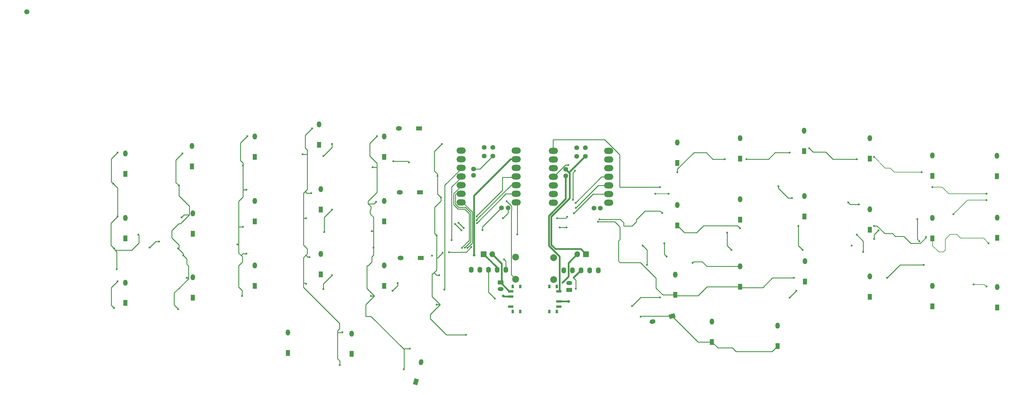
<source format=gtl>
G04 #@! TF.GenerationSoftware,KiCad,Pcbnew,(7.0.0-0)*
G04 #@! TF.CreationDate,2023-03-11T20:23:52-05:00*
G04 #@! TF.ProjectId,corne-ultralight,636f726e-652d-4756-9c74-72616c696768,2.0*
G04 #@! TF.SameCoordinates,Original*
G04 #@! TF.FileFunction,Copper,L1,Top*
G04 #@! TF.FilePolarity,Positive*
%FSLAX46Y46*%
G04 Gerber Fmt 4.6, Leading zero omitted, Abs format (unit mm)*
G04 Created by KiCad (PCBNEW (7.0.0-0)) date 2023-03-11 20:23:52*
%MOMM*%
%LPD*%
G01*
G04 APERTURE LIST*
G04 Aperture macros list*
%AMRoundRect*
0 Rectangle with rounded corners*
0 $1 Rounding radius*
0 $2 $3 $4 $5 $6 $7 $8 $9 X,Y pos of 4 corners*
0 Add a 4 corners polygon primitive as box body*
4,1,4,$2,$3,$4,$5,$6,$7,$8,$9,$2,$3,0*
0 Add four circle primitives for the rounded corners*
1,1,$1+$1,$2,$3*
1,1,$1+$1,$4,$5*
1,1,$1+$1,$6,$7*
1,1,$1+$1,$8,$9*
0 Add four rect primitives between the rounded corners*
20,1,$1+$1,$2,$3,$4,$5,0*
20,1,$1+$1,$4,$5,$6,$7,0*
20,1,$1+$1,$6,$7,$8,$9,0*
20,1,$1+$1,$8,$9,$2,$3,0*%
%AMHorizOval*
0 Thick line with rounded ends*
0 $1 width*
0 $2 $3 position (X,Y) of the first rounded end (center of the circle)*
0 $4 $5 position (X,Y) of the second rounded end (center of the circle)*
0 Add line between two ends*
20,1,$1,$2,$3,$4,$5,0*
0 Add two circle primitives to create the rounded ends*
1,1,$1,$2,$3*
1,1,$1,$4,$5*%
%AMRotRect*
0 Rectangle, with rotation*
0 The origin of the aperture is its center*
0 $1 length*
0 $2 width*
0 $3 Rotation angle, in degrees counterclockwise*
0 Add horizontal line*
21,1,$1,$2,0,0,$3*%
G04 Aperture macros list end*
G04 #@! TA.AperFunction,ComponentPad*
%ADD10C,2.000000*%
G04 #@! TD*
G04 #@! TA.AperFunction,ComponentPad*
%ADD11O,1.397000X1.778000*%
G04 #@! TD*
G04 #@! TA.AperFunction,SMDPad,CuDef*
%ADD12R,0.800000X1.000000*%
G04 #@! TD*
G04 #@! TA.AperFunction,SMDPad,CuDef*
%ADD13R,1.500000X0.700000*%
G04 #@! TD*
G04 #@! TA.AperFunction,ComponentPad*
%ADD14O,2.750000X1.800000*%
G04 #@! TD*
G04 #@! TA.AperFunction,ComponentPad*
%ADD15C,1.397000*%
G04 #@! TD*
G04 #@! TA.AperFunction,SMDPad,CuDef*
%ADD16C,1.500000*%
G04 #@! TD*
G04 #@! TA.AperFunction,ComponentPad*
%ADD17RoundRect,0.250000X0.625000X-0.350000X0.625000X0.350000X-0.625000X0.350000X-0.625000X-0.350000X0*%
G04 #@! TD*
G04 #@! TA.AperFunction,ComponentPad*
%ADD18O,1.750000X1.200000*%
G04 #@! TD*
G04 #@! TA.AperFunction,ComponentPad*
%ADD19R,1.700000X1.700000*%
G04 #@! TD*
G04 #@! TA.AperFunction,ComponentPad*
%ADD20O,1.700000X1.700000*%
G04 #@! TD*
G04 #@! TA.AperFunction,ComponentPad*
%ADD21RoundRect,0.250000X-0.625000X0.350000X-0.625000X-0.350000X0.625000X-0.350000X0.625000X0.350000X0*%
G04 #@! TD*
G04 #@! TA.AperFunction,ComponentPad*
%ADD22R,1.300000X1.778000*%
G04 #@! TD*
G04 #@! TA.AperFunction,ComponentPad*
%ADD23O,1.300000X1.778000*%
G04 #@! TD*
G04 #@! TA.AperFunction,ComponentPad*
%ADD24RotRect,1.778000X1.300000X195.000000*%
G04 #@! TD*
G04 #@! TA.AperFunction,ComponentPad*
%ADD25HorizOval,1.300000X-0.230856X-0.061858X0.230856X0.061858X0*%
G04 #@! TD*
G04 #@! TA.AperFunction,ComponentPad*
%ADD26RotRect,1.778000X1.300000X75.000000*%
G04 #@! TD*
G04 #@! TA.AperFunction,ComponentPad*
%ADD27HorizOval,1.300000X0.061858X0.230856X-0.061858X-0.230856X0*%
G04 #@! TD*
G04 #@! TA.AperFunction,ComponentPad*
%ADD28R,1.778000X1.300000*%
G04 #@! TD*
G04 #@! TA.AperFunction,ComponentPad*
%ADD29O,1.778000X1.300000*%
G04 #@! TD*
G04 #@! TA.AperFunction,ViaPad*
%ADD30C,0.600000*%
G04 #@! TD*
G04 #@! TA.AperFunction,ViaPad*
%ADD31C,0.800000*%
G04 #@! TD*
G04 #@! TA.AperFunction,Conductor*
%ADD32C,0.250000*%
G04 #@! TD*
G04 #@! TA.AperFunction,Conductor*
%ADD33C,0.500000*%
G04 #@! TD*
G04 #@! TA.AperFunction,Conductor*
%ADD34C,0.254000*%
G04 #@! TD*
G04 #@! TA.AperFunction,Conductor*
%ADD35C,0.203200*%
G04 #@! TD*
G04 APERTURE END LIST*
D10*
X156012500Y-80067432D03*
X156012500Y-73567432D03*
D11*
X131758499Y-77167999D03*
X134298499Y-77167999D03*
X136838499Y-77167999D03*
X139378499Y-77167999D03*
X141918499Y-77167999D03*
D10*
X144862500Y-79921000D03*
X144862500Y-73421000D03*
D11*
X158987499Y-77309999D03*
X161527499Y-77309999D03*
X164067499Y-77309999D03*
X166607499Y-77309999D03*
X169147499Y-77309999D03*
D12*
X156912499Y-82094999D03*
X154702499Y-82094999D03*
X156912499Y-89394999D03*
X154702499Y-89394999D03*
D13*
X157562499Y-83494999D03*
X157562499Y-86494999D03*
X157562499Y-87994999D03*
D14*
X128798899Y-42085399D03*
X128798899Y-44625399D03*
X128798899Y-47165399D03*
X128798899Y-49705399D03*
X128798899Y-52245399D03*
X128798899Y-54785399D03*
X128798899Y-57325399D03*
X144988899Y-57325399D03*
X144988899Y-54785399D03*
X144988899Y-52245399D03*
X144988899Y-49705399D03*
X144988899Y-47165399D03*
X144988899Y-44625399D03*
X144988899Y-42085399D03*
D15*
X135623900Y-41133400D03*
X138163900Y-41133400D03*
X135623900Y-43673400D03*
X138163900Y-43673400D03*
X132448900Y-49388400D03*
X132448900Y-47483400D03*
X140703900Y-58913400D03*
X142608900Y-58913400D03*
D16*
X1275000Y-1275000D03*
D14*
X155951499Y-42212399D03*
X155951499Y-44752399D03*
X155951499Y-47292399D03*
X155951499Y-49832399D03*
X155951499Y-52372399D03*
X155951499Y-54912399D03*
X155951499Y-57452399D03*
X172141499Y-57452399D03*
X172141499Y-54912399D03*
X172141499Y-52372399D03*
X172141499Y-49832399D03*
X172141499Y-47292399D03*
X172141499Y-44752399D03*
X172141499Y-42212399D03*
D15*
X162776500Y-41260400D03*
X165316500Y-41260400D03*
X162776500Y-43800400D03*
X165316500Y-43800400D03*
X159601500Y-49515400D03*
X159601500Y-47610400D03*
X167856500Y-59040400D03*
X169761500Y-59040400D03*
D17*
X160537500Y-83045000D03*
D18*
X160537499Y-81044999D03*
D19*
X165512499Y-72594999D03*
D20*
X162972499Y-72594999D03*
D19*
X135472499Y-72594999D03*
D20*
X138012499Y-72594999D03*
D12*
X144007499Y-89394999D03*
X146217499Y-89394999D03*
X144007499Y-82094999D03*
X146217499Y-82094999D03*
D13*
X143357499Y-87994999D03*
X143357499Y-84994999D03*
X143357499Y-83494999D03*
D21*
X140387500Y-80845000D03*
D18*
X140387499Y-82844999D03*
D22*
X286347499Y-88239999D03*
D23*
X286347499Y-82239999D03*
D22*
X248882499Y-85064999D03*
D23*
X248882499Y-79064999D03*
D22*
X229832499Y-80619999D03*
D23*
X229832499Y-74619999D03*
D22*
X210782499Y-82170431D03*
D23*
X210782499Y-76170431D03*
D22*
X191732499Y-84545431D03*
D23*
X191732499Y-78545431D03*
D22*
X221831499Y-99542999D03*
D23*
X221831499Y-93542999D03*
D22*
X202527499Y-98399999D03*
D23*
X202527499Y-92399999D03*
D24*
X190820276Y-90813542D03*
D25*
X185024722Y-92366456D03*
D22*
X286184846Y-49620431D03*
D23*
X286184846Y-43620431D03*
D22*
X267297499Y-49504999D03*
D23*
X267297499Y-43504999D03*
D22*
X248882499Y-44424999D03*
D23*
X248882499Y-38424999D03*
D22*
X229582499Y-42269999D03*
D23*
X229582499Y-36269999D03*
D22*
X210782499Y-44424999D03*
D23*
X210782499Y-38424999D03*
D22*
X192367499Y-45694999D03*
D23*
X192367499Y-39694999D03*
D22*
X286347499Y-67789999D03*
D23*
X286347499Y-61789999D03*
D22*
X267297499Y-67909999D03*
D23*
X267297499Y-61909999D03*
D22*
X248882499Y-65379999D03*
D23*
X248882499Y-59379999D03*
D22*
X229697499Y-61495431D03*
D23*
X229697499Y-55495431D03*
D22*
X210782499Y-62440431D03*
D23*
X210782499Y-56440431D03*
D22*
X50000499Y-85318999D03*
D23*
X50000499Y-79318999D03*
D22*
X50000499Y-66522999D03*
D23*
X50000499Y-60522999D03*
D22*
X49746499Y-46710999D03*
D23*
X49746499Y-40710999D03*
D22*
X192367499Y-64109999D03*
D23*
X192367499Y-58109999D03*
D26*
X115518042Y-110108776D03*
D27*
X117070956Y-104313222D03*
D22*
X96687499Y-101904999D03*
D23*
X96687499Y-95904999D03*
D22*
X77940499Y-101574999D03*
D23*
X77940499Y-95574999D03*
D28*
X117008499Y-73682999D03*
D29*
X111008499Y-73682999D03*
D22*
X106187499Y-81919999D03*
D23*
X106187499Y-75919999D03*
D22*
X87592499Y-78460999D03*
D23*
X87592499Y-72460999D03*
D22*
X68187499Y-81919999D03*
D23*
X68187499Y-75919999D03*
D22*
X30187499Y-86916874D03*
D23*
X30187499Y-80916874D03*
D28*
X116754499Y-54378999D03*
D29*
X110754499Y-54378999D03*
D22*
X106187499Y-62919999D03*
D23*
X106187499Y-56919999D03*
D22*
X87592499Y-59410999D03*
D23*
X87592499Y-53410999D03*
D22*
X68187499Y-62919999D03*
D23*
X68187499Y-56919999D03*
D22*
X30187499Y-67916874D03*
D23*
X30187499Y-61916874D03*
D28*
X116500499Y-35582999D03*
D29*
X110500499Y-35582999D03*
D22*
X106187499Y-43919999D03*
D23*
X106187499Y-37919999D03*
D22*
X87084499Y-40360999D03*
D23*
X87084499Y-34360999D03*
D22*
X68187499Y-43919999D03*
D23*
X68187499Y-37919999D03*
D22*
X30187499Y-48916874D03*
D23*
X30187499Y-42916874D03*
D22*
X267297499Y-87909999D03*
D23*
X267297499Y-81909999D03*
D30*
X108928500Y-45235000D03*
X113496599Y-45582474D03*
X40094500Y-68857000D03*
X37300500Y-70635000D03*
D31*
X160387500Y-86445000D03*
D30*
X158636300Y-80922000D03*
X123939900Y-83004800D03*
X126046369Y-68423469D03*
X90894500Y-40155000D03*
X88354500Y-43711000D03*
X90894500Y-59459000D03*
X88608500Y-66063000D03*
X88354500Y-82827000D03*
X90894500Y-78763000D03*
X110198500Y-81049000D03*
X108674500Y-83335000D03*
D31*
X132677500Y-72794000D03*
D30*
X138748100Y-85621000D03*
X27902500Y-80541000D03*
X27648500Y-76985000D03*
X128916569Y-65553269D03*
X135115900Y-65453400D03*
X26886500Y-88415000D03*
X26632500Y-51839000D03*
X26886500Y-70889000D03*
X33998500Y-66825000D03*
X27902500Y-61491000D03*
X27902500Y-42695000D03*
X127035459Y-63697560D03*
X46952500Y-42949000D03*
X45936500Y-52347000D03*
X45682500Y-70889000D03*
X129589669Y-64880169D03*
X48222500Y-79525000D03*
X128042285Y-63332786D03*
X47222500Y-72945000D03*
X141095110Y-61988790D03*
X46698500Y-61745000D03*
X45682500Y-88719989D03*
X63112500Y-69658478D03*
X133427000Y-61468872D03*
X65748500Y-72413000D03*
X64732500Y-64539000D03*
X66002500Y-37869000D03*
X64478500Y-84859000D03*
X64732500Y-46505000D03*
X65748500Y-53617000D03*
X133427000Y-62581226D03*
X84290500Y-73429000D03*
X93942500Y-95527000D03*
X85052500Y-35583000D03*
X83274500Y-81303000D03*
X84798500Y-54633000D03*
X93180500Y-105179000D03*
X82258500Y-43203000D03*
X83274500Y-61999000D03*
X133450000Y-63461904D03*
X102578500Y-65809000D03*
X111976500Y-106449000D03*
X104102500Y-37869000D03*
X102832500Y-47013000D03*
X103086500Y-70635000D03*
X102324500Y-84859000D03*
X113754500Y-100353000D03*
X103848500Y-57173000D03*
X125311500Y-71955800D03*
X122898500Y-55903000D03*
X121628500Y-87399000D03*
X121628500Y-67079000D03*
X145326700Y-66698000D03*
X123388000Y-72184400D03*
X123152500Y-40155000D03*
X131813900Y-70482600D03*
X122390500Y-78763000D03*
X130264500Y-96289000D03*
X121882500Y-49553000D03*
X120262500Y-73008042D03*
X142215000Y-57015400D03*
X129902528Y-70647032D03*
X129104150Y-70689418D03*
D31*
X141186500Y-84859000D03*
D30*
X187287500Y-52855000D03*
X192367500Y-48410000D03*
X267297500Y-52855000D03*
X212687500Y-44600000D03*
X283172500Y-54760000D03*
X231102500Y-41425000D03*
X245072500Y-44600000D03*
X264122500Y-48410000D03*
X206337500Y-44600000D03*
X250152500Y-43965000D03*
X225387500Y-42695000D03*
X187922500Y-60475000D03*
X265392500Y-67460000D03*
X210782500Y-64920000D03*
X283807500Y-69365000D03*
X169427377Y-62303800D03*
X250152500Y-64285000D03*
X273455268Y-60829528D03*
X283172500Y-56665000D03*
X251422500Y-65555000D03*
X250152500Y-68095000D03*
X245707500Y-57935000D03*
X242532500Y-57300000D03*
X222047323Y-52594644D03*
X226022500Y-56030000D03*
X169058342Y-63013037D03*
X226657500Y-79525000D03*
X189827500Y-54760000D03*
X185872752Y-54789290D03*
X283172500Y-82065000D03*
X279362500Y-81430000D03*
X264757500Y-75715000D03*
X253962500Y-79525000D03*
X196812500Y-75080000D03*
X179032500Y-87780000D03*
X187287500Y-85240000D03*
X160363500Y-46327200D03*
X181572500Y-90955000D03*
X183477500Y-75715000D03*
X182207500Y-70000000D03*
X162293900Y-48054400D03*
X161684300Y-56614200D03*
X159957100Y-61541800D03*
X157036100Y-62024400D03*
X263487500Y-68730000D03*
X262852500Y-62272779D03*
X243559368Y-70045000D03*
X245072500Y-66825000D03*
X162446300Y-57477800D03*
X246977500Y-71905000D03*
X229197500Y-71270000D03*
X227292500Y-83335000D03*
X162547900Y-58925600D03*
X227927500Y-64285000D03*
X225387500Y-85358500D03*
X208242500Y-71270000D03*
X161963700Y-60551200D03*
X206972500Y-66190000D03*
X189192500Y-73227080D03*
X188557500Y-69365000D03*
X141418823Y-74067723D03*
X130699211Y-70714111D03*
X162522500Y-82700000D03*
X157798100Y-64666000D03*
X159804700Y-64666000D03*
D32*
X113149125Y-45235000D02*
X113496599Y-45582474D01*
X108928500Y-45235000D02*
X113149125Y-45235000D01*
D33*
X140387500Y-80845000D02*
X140770000Y-80462500D01*
X140647500Y-81145000D02*
X142837500Y-83335000D01*
X140087500Y-81145000D02*
X140387500Y-80845000D01*
X140770000Y-80462500D02*
X140770000Y-75352500D01*
X140770000Y-75352500D02*
X138012500Y-72595000D01*
D32*
X37300500Y-70635000D02*
X39078500Y-68857000D01*
X39078500Y-68857000D02*
X40094500Y-68857000D01*
D33*
X158636300Y-80922000D02*
X160379000Y-79179300D01*
X160379000Y-75188500D02*
X162972500Y-72595000D01*
X160337500Y-86495000D02*
X157562500Y-86495000D01*
X160379000Y-79179300D02*
X160379000Y-75188500D01*
X160387500Y-86445000D02*
X160337500Y-86495000D01*
D32*
X129131488Y-47165400D02*
X124012500Y-52284388D01*
X129273900Y-47165400D02*
X129131488Y-47165400D01*
X124012500Y-82932200D02*
X123939900Y-83004800D01*
X124012500Y-52284388D02*
X124012500Y-82932200D01*
D34*
X126046369Y-52787691D02*
X129128660Y-49705400D01*
X126046369Y-68423469D02*
X126046369Y-52787691D01*
X129128660Y-49705400D02*
X129273900Y-49705400D01*
D32*
X88354500Y-43711000D02*
X90894500Y-41171000D01*
X90894500Y-41171000D02*
X90894500Y-40155000D01*
X88608500Y-61745000D02*
X88608500Y-66063000D01*
X90894500Y-59459000D02*
X88608500Y-61745000D01*
X90894500Y-78763000D02*
X88354500Y-81303000D01*
X88354500Y-81303000D02*
X88354500Y-82827000D01*
X108674500Y-83335000D02*
X110198500Y-81811000D01*
X110198500Y-81811000D02*
X110198500Y-81049000D01*
D33*
X144513900Y-44625400D02*
X143425439Y-44625400D01*
X143425439Y-44625400D02*
X132677500Y-55373339D01*
X132677500Y-55373339D02*
X132677500Y-72794000D01*
X139378500Y-77168000D02*
X139378500Y-76501000D01*
X139378500Y-76501000D02*
X135472500Y-72595000D01*
D32*
X136838500Y-83711400D02*
X136838500Y-77168000D01*
X138748100Y-85621000D02*
X136838500Y-83711400D01*
D34*
X128816699Y-65478800D02*
X128842100Y-65478800D01*
D32*
X27648500Y-71904508D02*
X27140746Y-71396754D01*
X26042499Y-44555001D02*
X27902500Y-42695000D01*
X26042499Y-87570999D02*
X26042499Y-82401001D01*
D34*
X127035459Y-63697560D02*
X128816699Y-65478800D01*
D32*
X34162011Y-66988511D02*
X34162011Y-69288305D01*
X27902500Y-61491000D02*
X27902500Y-53109000D01*
X26886500Y-70889000D02*
X25934161Y-69936661D01*
D34*
X135115900Y-65453400D02*
X135115900Y-64501400D01*
D32*
X27140746Y-71143246D02*
X26886500Y-70889000D01*
X26886500Y-88415000D02*
X26042499Y-87570999D01*
X25934161Y-69936661D02*
X25934161Y-63459339D01*
X33998500Y-66825000D02*
X34162011Y-66988511D01*
D34*
X128842100Y-65478800D02*
X128916569Y-65553269D01*
X135115900Y-64501400D02*
X140703900Y-58913400D01*
D32*
X26042499Y-51248999D02*
X26042499Y-44555001D01*
X34162011Y-69288305D02*
X32053562Y-71396754D01*
X26632500Y-51839000D02*
X26042499Y-51248999D01*
X26042499Y-82401001D02*
X27902500Y-80541000D01*
X25934161Y-63459339D02*
X27902500Y-61491000D01*
X27902500Y-53109000D02*
X26632500Y-51839000D01*
X32053562Y-71396754D02*
X27140746Y-71396754D01*
X27648500Y-76985000D02*
X27648500Y-71904508D01*
X27140746Y-71396754D02*
X27140746Y-71143246D01*
X45936500Y-55395000D02*
X48984500Y-58443000D01*
X45682500Y-88669000D02*
X44504151Y-87490651D01*
X45760087Y-82694999D02*
X45814501Y-82694999D01*
X46372501Y-63594999D02*
X45860087Y-63594999D01*
D34*
X141095110Y-61988790D02*
X142608900Y-60475000D01*
D32*
X45936500Y-70635000D02*
X45682500Y-70889000D01*
X45936500Y-52347000D02*
X45936500Y-55395000D01*
X48187499Y-75490890D02*
X48187499Y-73909999D01*
D34*
X142608900Y-60475000D02*
X142608900Y-58913400D01*
D32*
X47460500Y-60983000D02*
X46698500Y-61745000D01*
X45860087Y-63594999D02*
X43787500Y-65667586D01*
X45042499Y-51452999D02*
X45936500Y-52347000D01*
X48984500Y-58443000D02*
X48984500Y-60983000D01*
X46952500Y-42949000D02*
X45042499Y-44859001D01*
D34*
X128042286Y-63332786D02*
X129589669Y-64880169D01*
X128042285Y-63332786D02*
X128042286Y-63332786D01*
D32*
X45682500Y-70889000D02*
X47222500Y-72429000D01*
X44504151Y-83950935D02*
X45760087Y-82694999D01*
X44504151Y-87490651D02*
X44504151Y-83950935D01*
X48476500Y-79525000D02*
X48222500Y-79525000D01*
X45682500Y-88669000D02*
X45682500Y-88719989D01*
X48984500Y-60983000D02*
X46372501Y-63594999D01*
X45042499Y-44859001D02*
X45042499Y-51452999D01*
X47222500Y-72429000D02*
X47222500Y-72945000D01*
X43787500Y-67724000D02*
X45936500Y-69873000D01*
X48730500Y-79779000D02*
X48730500Y-76033891D01*
X45814501Y-82694999D02*
X48730500Y-79779000D01*
X48730500Y-76033891D02*
X48187499Y-75490890D01*
X48730500Y-79779000D02*
X48476500Y-79525000D01*
X48187499Y-73909999D02*
X47222500Y-72945000D01*
X43787500Y-65667586D02*
X43787500Y-67724000D01*
X45936500Y-69873000D02*
X45936500Y-70635000D01*
X48984500Y-60983000D02*
X47460500Y-60983000D01*
X64732500Y-55736652D02*
X64732500Y-53617000D01*
D34*
X144285300Y-49934000D02*
X144513900Y-49705400D01*
D32*
X63997500Y-45008000D02*
X64478500Y-45489000D01*
X64732500Y-72413000D02*
X65748500Y-72413000D01*
X63504151Y-82254651D02*
X63504151Y-75965001D01*
X64690849Y-64497349D02*
X64732500Y-64539000D01*
X63504151Y-72214999D02*
X63504151Y-64497349D01*
X64217326Y-72928174D02*
X64732500Y-72413000D01*
X63997500Y-39874000D02*
X63997500Y-45008000D01*
X64217326Y-72928174D02*
X63504151Y-72214999D01*
X64602501Y-73313349D02*
X64217326Y-72928174D01*
D34*
X133427000Y-61468872D02*
X133427000Y-61300300D01*
D32*
X63504151Y-75965001D02*
X64602501Y-74866651D01*
D34*
X133427000Y-61300300D02*
X140966000Y-53761300D01*
D32*
X64478500Y-45489000D02*
X64732500Y-45743000D01*
X64732500Y-53617000D02*
X64732500Y-46505000D01*
X63504151Y-64497349D02*
X63504151Y-56965001D01*
X64732500Y-45743000D02*
X64732500Y-46505000D01*
X64478500Y-83229000D02*
X63504151Y-82254651D01*
X66002500Y-37869000D02*
X63997500Y-39874000D01*
X64602501Y-74866651D02*
X64602501Y-73313349D01*
X63504151Y-56965001D02*
X64732500Y-55736652D01*
X63504151Y-64497349D02*
X64690849Y-64497349D01*
D34*
X140966000Y-53761300D02*
X140966000Y-49934000D01*
X140966000Y-49934000D02*
X144285300Y-49934000D01*
D32*
X64478500Y-83229000D02*
X64478500Y-84859000D01*
X64732500Y-53617000D02*
X65748500Y-53617000D01*
X82504151Y-81057349D02*
X82504151Y-73590001D01*
X83602501Y-53491651D02*
X83602501Y-43128999D01*
X82997500Y-41335000D02*
X82997500Y-37638000D01*
D34*
X133427000Y-62354877D02*
X143536477Y-52245400D01*
D32*
X83028849Y-81057349D02*
X83274500Y-81303000D01*
X82994826Y-54099326D02*
X83528500Y-54633000D01*
X82504151Y-62007349D02*
X82504151Y-54590001D01*
X83602501Y-70938349D02*
X82504151Y-69839999D01*
X83223826Y-72870326D02*
X83602501Y-72491651D01*
X93823501Y-95645999D02*
X93942500Y-95527000D01*
X83602501Y-43128999D02*
X83528500Y-43203000D01*
X82994826Y-54099326D02*
X83602501Y-53491651D01*
X82504151Y-82310651D02*
X82504151Y-81057349D01*
X83266151Y-62007349D02*
X83274500Y-61999000D01*
X82504151Y-69839999D02*
X82504151Y-62007349D01*
X93102501Y-94491651D02*
X93102501Y-92909001D01*
X82504151Y-73590001D02*
X83223826Y-72870326D01*
X82504151Y-81057349D02*
X83028849Y-81057349D01*
X93102501Y-92909001D02*
X82504151Y-82310651D01*
X92537499Y-95645999D02*
X92537499Y-95056653D01*
X83602501Y-41940001D02*
X82997500Y-41335000D01*
X82504151Y-62007349D02*
X83266151Y-62007349D01*
X83602501Y-72491651D02*
X83602501Y-70938349D01*
X83782500Y-73429000D02*
X84290500Y-73429000D01*
X83528500Y-54633000D02*
X84798500Y-54633000D01*
X83223826Y-72870326D02*
X83782500Y-73429000D01*
X93180500Y-103938002D02*
X92537499Y-103295001D01*
X83602501Y-43128999D02*
X83602501Y-41940001D01*
X82504151Y-54590001D02*
X82994826Y-54099326D01*
X92537499Y-95645999D02*
X93823501Y-95645999D01*
X92537499Y-95056653D02*
X93102501Y-94491651D01*
X82997500Y-37638000D02*
X85052500Y-35583000D01*
X83528500Y-43203000D02*
X82258500Y-43203000D01*
D34*
X133427000Y-62581226D02*
X133427000Y-62354877D01*
D32*
X93180500Y-105179000D02*
X93180500Y-103938002D01*
D34*
X143536477Y-52245400D02*
X144513900Y-52245400D01*
D32*
X92537499Y-103295001D02*
X92537499Y-95645999D01*
D34*
X133450000Y-63444231D02*
X140966000Y-55928231D01*
D32*
X103086500Y-65809000D02*
X103086500Y-61721414D01*
X101112500Y-82631000D02*
X101112500Y-75965001D01*
D34*
X112064501Y-106360999D02*
X111976500Y-106449000D01*
D32*
X101997500Y-43710000D02*
X101997500Y-39974000D01*
X104102500Y-47013000D02*
X104102500Y-45815000D01*
D34*
X111857088Y-100353000D02*
X112064501Y-100560413D01*
D32*
X103086500Y-65809000D02*
X102578500Y-65809000D01*
X101504151Y-57739349D02*
X103282151Y-57739349D01*
X102324500Y-59380586D02*
X102324500Y-58559698D01*
X103086500Y-61721414D02*
X102042499Y-60677413D01*
X101112500Y-75965001D02*
X101504151Y-75965001D01*
X103340500Y-84859000D02*
X101112500Y-82631000D01*
X104102500Y-45815000D02*
X101997500Y-43710000D01*
D34*
X112064501Y-100560413D02*
X112064501Y-106360999D01*
X100787500Y-90865554D02*
X100787500Y-87412000D01*
D32*
X103282151Y-57739349D02*
X103848500Y-57173000D01*
D34*
X100787500Y-90865554D02*
X102369642Y-90865554D01*
D32*
X103279500Y-84920000D02*
X103340500Y-84859000D01*
X101504151Y-57739349D02*
X101504151Y-56965001D01*
X102042499Y-60677413D02*
X102042499Y-59662587D01*
D34*
X133450000Y-63461904D02*
X133450000Y-63444231D01*
D32*
X101504151Y-75965001D02*
X102602501Y-74866651D01*
X104102500Y-54366652D02*
X104102500Y-47013000D01*
D34*
X102369642Y-90865554D02*
X111857088Y-100353000D01*
X140966000Y-55928231D02*
X140966000Y-55775059D01*
D32*
X104102500Y-47013000D02*
X102832500Y-47013000D01*
X102042499Y-59662587D02*
X102324500Y-59380586D01*
X102602501Y-74866651D02*
X102602501Y-73313349D01*
X103340500Y-84859000D02*
X102324500Y-84859000D01*
D34*
X141955659Y-54785400D02*
X144513900Y-54785400D01*
D32*
X103086500Y-72829350D02*
X103086500Y-65809000D01*
X102324500Y-58559698D02*
X101504151Y-57739349D01*
X102602501Y-73313349D02*
X103086500Y-72829350D01*
D34*
X140966000Y-55775059D02*
X141955659Y-54785400D01*
D32*
X101997500Y-39974000D02*
X104102500Y-37869000D01*
D34*
X111857088Y-100353000D02*
X113754500Y-100353000D01*
X100787500Y-87412000D02*
X103279500Y-84920000D01*
D32*
X101504151Y-56965001D02*
X104102500Y-54366652D01*
X121882500Y-49553000D02*
X121882500Y-54887000D01*
X130340700Y-71955800D02*
X131813900Y-70482600D01*
X120997500Y-48085000D02*
X121882500Y-48970000D01*
X122644500Y-87399000D02*
X120262500Y-85017000D01*
X120262500Y-85017000D02*
X120262500Y-78340001D01*
X123152500Y-40155000D02*
X120997500Y-42310000D01*
X122898500Y-55903000D02*
X122898500Y-56945652D01*
X121628500Y-77215652D02*
X121628500Y-73708400D01*
X121628500Y-78763000D02*
X122390500Y-78763000D01*
X125311500Y-71955800D02*
X130340700Y-71955800D01*
X145326700Y-58138200D02*
X144513900Y-57325400D01*
X119787500Y-91534704D02*
X124541796Y-96289000D01*
X121628500Y-73708400D02*
X121864000Y-73708400D01*
X122898500Y-56945652D02*
X121042499Y-58801653D01*
X120262500Y-78340001D02*
X120504151Y-78340001D01*
X124541796Y-96289000D02*
X130264500Y-96289000D01*
X121864000Y-73708400D02*
X123388000Y-72184400D01*
X120854826Y-77989326D02*
X121628500Y-77215652D01*
X121042499Y-58801653D02*
X121042499Y-66492999D01*
X119787500Y-91534704D02*
X119787500Y-90256000D01*
X145326700Y-66698000D02*
X145326700Y-58138200D01*
X121882500Y-48970000D02*
X121882500Y-49553000D01*
X121628500Y-73708400D02*
X121628500Y-67079000D01*
X119787500Y-90256000D02*
X122644500Y-87399000D01*
X120997500Y-42310000D02*
X120997500Y-48085000D01*
X121042499Y-66492999D02*
X121628500Y-67079000D01*
X120504151Y-78340001D02*
X120854826Y-77989326D01*
X121882500Y-54887000D02*
X122898500Y-55903000D01*
X122644500Y-87399000D02*
X121628500Y-87399000D01*
X120854826Y-77989326D02*
X121628500Y-78763000D01*
X143632400Y-58432800D02*
X142215000Y-57015400D01*
X143537500Y-59752600D02*
X143632400Y-59657700D01*
X143537500Y-78596000D02*
X143537500Y-59752600D01*
X143632400Y-59657700D02*
X143632400Y-58432800D01*
X144862500Y-79921000D02*
X143537500Y-78596000D01*
X129273900Y-54785400D02*
X127343500Y-54785400D01*
X128052686Y-58786598D02*
X130098702Y-58786598D01*
X127098900Y-55030000D02*
X127098900Y-57832812D01*
X130098702Y-58786598D02*
X131652500Y-60340396D01*
X131520038Y-69009400D02*
X129902528Y-70626910D01*
X131652500Y-69009400D02*
X131520038Y-69009400D01*
X129902528Y-70626910D02*
X129902528Y-70647032D01*
X131652500Y-60340396D02*
X131652500Y-69009400D01*
X127343500Y-54785400D02*
X127098900Y-55030000D01*
X127098900Y-57832812D02*
X128052686Y-58786598D01*
X126648900Y-58019208D02*
X127885492Y-59255800D01*
X127885492Y-59255800D02*
X129858100Y-59255800D01*
X131202500Y-60600200D02*
X131202500Y-68653800D01*
X129104324Y-70689244D02*
X129104150Y-70689418D01*
X131011876Y-68653800D02*
X129104324Y-70561352D01*
X129131488Y-52245400D02*
X126648900Y-54727988D01*
X129858100Y-59255800D02*
X131202500Y-60600200D01*
X129273900Y-52245400D02*
X129131488Y-52245400D01*
X131202500Y-68653800D02*
X131011876Y-68653800D01*
X129104324Y-70561352D02*
X129104324Y-70689244D01*
X126648900Y-54727988D02*
X126648900Y-58019208D01*
D33*
X143357500Y-84995000D02*
X141322500Y-84995000D01*
X141322500Y-84995000D02*
X141186500Y-84859000D01*
D32*
X200850656Y-42695000D02*
X197208627Y-42695000D01*
X175400300Y-52855000D02*
X175400300Y-43263788D01*
D35*
X253409533Y-47222033D02*
X250152500Y-43965000D01*
D32*
X175400300Y-43263788D02*
X170996112Y-38859600D01*
D35*
X270161714Y-52855000D02*
X267297500Y-52855000D01*
D32*
X170996112Y-38859600D02*
X155867700Y-38859600D01*
X155867700Y-41653600D02*
X156426500Y-42212400D01*
D35*
X256092975Y-48410000D02*
X254905008Y-47222033D01*
D32*
X225387500Y-42695000D02*
X221033627Y-42695000D01*
X245072500Y-44600000D02*
X238066067Y-44600000D01*
D35*
X283172500Y-54760000D02*
X272066714Y-54760000D01*
D32*
X238066067Y-44600000D02*
X235961500Y-42495433D01*
X221033627Y-42695000D02*
X219128627Y-44600000D01*
X155867700Y-38859600D02*
X155867700Y-41653600D01*
X232172933Y-42495433D02*
X231102500Y-41425000D01*
D35*
X272066714Y-54760000D02*
X270161714Y-52855000D01*
D32*
X192367500Y-47536127D02*
X192367500Y-48410000D01*
X235961500Y-42495433D02*
X232172933Y-42495433D01*
X219128627Y-44600000D02*
X212687500Y-44600000D01*
X187287500Y-52855000D02*
X175400300Y-52855000D01*
D35*
X264122500Y-48410000D02*
X256092975Y-48410000D01*
D32*
X197208627Y-42695000D02*
X192367500Y-47536127D01*
X206337500Y-44600000D02*
X202755656Y-44600000D01*
X202755656Y-44600000D02*
X200850656Y-42695000D01*
D35*
X254905008Y-47222033D02*
X253409533Y-47222033D01*
D32*
X169427377Y-62303800D02*
X175615868Y-62303800D01*
D34*
X194447500Y-66190000D02*
X192367500Y-64110000D01*
D35*
X282295973Y-67853473D02*
X275536448Y-67853473D01*
D32*
X187287500Y-59840000D02*
X182842500Y-59840000D01*
X265392500Y-67460000D02*
X265392500Y-67708884D01*
D34*
X210782500Y-64920000D02*
X210055931Y-64193431D01*
D35*
X269222831Y-71925331D02*
X267297500Y-70000000D01*
D32*
X176546000Y-63233932D02*
X175857500Y-62545432D01*
D35*
X283807500Y-69365000D02*
X282295973Y-67853473D01*
X267297500Y-70000000D02*
X267297500Y-67910000D01*
D32*
X258877933Y-67295433D02*
X256337933Y-67295433D01*
X263736384Y-69365000D02*
X260947500Y-69365000D01*
X253259582Y-66508198D02*
X251036384Y-64285000D01*
X182842500Y-59840000D02*
X180302500Y-62380000D01*
X180302500Y-63015000D02*
X179032500Y-64285000D01*
X255550698Y-66508198D02*
X253259582Y-66508198D01*
D35*
X272495269Y-66768831D02*
X271107500Y-68156600D01*
X271107500Y-71270000D02*
X270452169Y-71925331D01*
D34*
X198019760Y-66190000D02*
X194447500Y-66190000D01*
D35*
X271107500Y-68156600D02*
X271107500Y-71270000D01*
X275536448Y-67853473D02*
X274451806Y-66768831D01*
X274451806Y-66768831D02*
X272495269Y-66768831D01*
D32*
X256337933Y-67295433D02*
X255550698Y-66508198D01*
X251036384Y-64285000D02*
X250152500Y-64285000D01*
X175615868Y-62303800D02*
X175857500Y-62545432D01*
X187922500Y-60475000D02*
X187287500Y-59840000D01*
X179032500Y-64285000D02*
X176546000Y-64285000D01*
D35*
X270452169Y-71925331D02*
X269222831Y-71925331D01*
D34*
X210055931Y-64193431D02*
X200016329Y-64193431D01*
D32*
X180302500Y-62380000D02*
X180302500Y-63015000D01*
X260947500Y-69365000D02*
X258877933Y-67295433D01*
D34*
X200016329Y-64193431D02*
X198019760Y-66190000D01*
D32*
X265392500Y-67708884D02*
X263736384Y-69365000D01*
X176546000Y-64285000D02*
X176546000Y-63233932D01*
D35*
X283172500Y-56665000D02*
X277619796Y-56665000D01*
X277619796Y-56665000D02*
X273455268Y-60829528D01*
D32*
X250152500Y-66825000D02*
X250152500Y-68095000D01*
X251422500Y-65555000D02*
X250152500Y-66825000D01*
X242532500Y-57300000D02*
X243167500Y-57935000D01*
X243167500Y-57935000D02*
X245707500Y-57935000D01*
X224887763Y-56030000D02*
X222047323Y-53189560D01*
X226022500Y-56030000D02*
X224887763Y-56030000D01*
X222047323Y-53189560D02*
X222047323Y-52594644D01*
X210982501Y-82370433D02*
X210782500Y-82170432D01*
D34*
X175514847Y-64577347D02*
X175222500Y-64285000D01*
X175034847Y-74530432D02*
X175034847Y-68680433D01*
D32*
X191932501Y-84745433D02*
X191732500Y-84545432D01*
X186059848Y-79567348D02*
X181502932Y-75010432D01*
X191732500Y-84545432D02*
X188076090Y-84545432D01*
X181502932Y-75010432D02*
X175514847Y-75010432D01*
X217461498Y-82370433D02*
X210982501Y-82370433D01*
X201036499Y-82170432D02*
X198461498Y-84745433D01*
D34*
X175514847Y-68200433D02*
X175514847Y-64577347D01*
D32*
X188076090Y-84545432D02*
X186059848Y-82529190D01*
D34*
X175514847Y-75010432D02*
X175034847Y-74530432D01*
D32*
X186059848Y-82529190D02*
X186059848Y-79567348D01*
D34*
X175034847Y-68680433D02*
X175514847Y-68200433D01*
X173950537Y-63013037D02*
X169058342Y-63013037D01*
D32*
X210782500Y-82170432D02*
X201036499Y-82170432D01*
X220306931Y-79525000D02*
X217461498Y-82370433D01*
X226657500Y-79525000D02*
X220306931Y-79525000D01*
D34*
X175222500Y-64285000D02*
X173950537Y-63013037D01*
D32*
X198461498Y-84745433D02*
X191932501Y-84745433D01*
D35*
X185872752Y-54789290D02*
X189798210Y-54789290D01*
X189798210Y-54789290D02*
X189827500Y-54760000D01*
X282537500Y-81430000D02*
X279362500Y-81430000D01*
X283172500Y-82065000D02*
X282537500Y-81430000D01*
D32*
X264757500Y-75715000D02*
X257772500Y-75715000D01*
X257772500Y-75715000D02*
X253962500Y-79525000D01*
X199651498Y-74755431D02*
X197137069Y-74755431D01*
X201066499Y-76170432D02*
X199651498Y-74755431D01*
X210782500Y-76170432D02*
X201066499Y-76170432D01*
X197137069Y-74755431D02*
X196812500Y-75080000D01*
X181572500Y-85240000D02*
X179032500Y-87780000D01*
X187287500Y-85240000D02*
X181572500Y-85240000D01*
D34*
X183477500Y-71270000D02*
X183477500Y-75715000D01*
D32*
X204247933Y-100120433D02*
X202527500Y-98400000D01*
X202527500Y-98400000D02*
X198406734Y-98400000D01*
D34*
X182207500Y-70000000D02*
X183477500Y-71270000D01*
X181713957Y-90813543D02*
X190820277Y-90813543D01*
D32*
X209567933Y-101170433D02*
X208517933Y-100120433D01*
X156426500Y-49337952D02*
X159437252Y-46327200D01*
D34*
X181572500Y-90955000D02*
X181713957Y-90813543D01*
D32*
X159437252Y-46327200D02*
X160363500Y-46327200D01*
X220204067Y-101170433D02*
X209567933Y-101170433D01*
X221831500Y-99543000D02*
X220204067Y-101170433D01*
X208517933Y-100120433D02*
X204247933Y-100120433D01*
X156426500Y-49832400D02*
X156426500Y-49337952D01*
X198406734Y-98400000D02*
X190820277Y-90813543D01*
X159474500Y-62024400D02*
X159957100Y-61541800D01*
X161684300Y-48664000D02*
X162293900Y-48054400D01*
X157036100Y-62024400D02*
X159474500Y-62024400D01*
X161684300Y-56614200D02*
X161684300Y-48664000D01*
X262852500Y-62272779D02*
X262852500Y-68095000D01*
X262852500Y-68095000D02*
X263487500Y-68730000D01*
D34*
X170091700Y-49832400D02*
X171666500Y-49832400D01*
D32*
X245072500Y-66825000D02*
X246977500Y-68730000D01*
X246977500Y-68730000D02*
X246977500Y-71905000D01*
D34*
X162446300Y-57477800D02*
X170091700Y-49832400D01*
X169101100Y-52372400D02*
X171666500Y-52372400D01*
X162547900Y-58925600D02*
X169101100Y-52372400D01*
D32*
X225387500Y-85240000D02*
X225387500Y-85358500D01*
X227927500Y-64285000D02*
X227927500Y-70000000D01*
X227292500Y-83335000D02*
X225387500Y-85240000D01*
X227927500Y-70000000D02*
X229197500Y-71270000D01*
X206972500Y-70000000D02*
X208242500Y-71270000D01*
D34*
X167602500Y-54912400D02*
X171666500Y-54912400D01*
X161963700Y-60551200D02*
X167602500Y-54912400D01*
D32*
X206972500Y-66190000D02*
X206972500Y-70000000D01*
X188557500Y-72592080D02*
X189192500Y-73227080D01*
X188557500Y-69365000D02*
X188557500Y-72592080D01*
X132102500Y-69310116D02*
X131397358Y-70015258D01*
X131397358Y-70015964D02*
X130699211Y-70714111D01*
X131397358Y-70015258D02*
X131397358Y-70015964D01*
X141918500Y-74567400D02*
X141918500Y-77168000D01*
X141418823Y-74067723D02*
X141918500Y-74567400D01*
X132102500Y-60154000D02*
X132102500Y-69272600D01*
X129273900Y-57325400D02*
X132102500Y-60154000D01*
X132102500Y-69272600D02*
X132102500Y-69310116D01*
X162522500Y-80160000D02*
X161870000Y-79507500D01*
X162522500Y-82700000D02*
X162522500Y-80160000D01*
D33*
X164067500Y-77310000D02*
X161870000Y-79507500D01*
X155323100Y-69836400D02*
X155323100Y-61577750D01*
X160750000Y-56150850D02*
X160750000Y-48758900D01*
X164009700Y-71092200D02*
X156578900Y-71092200D01*
X165512500Y-72595000D02*
X164009700Y-71092200D01*
X156578900Y-71092200D02*
X155323100Y-69836400D01*
X155323100Y-61577750D02*
X160750000Y-56150850D01*
X160750000Y-48758900D02*
X160585500Y-48594400D01*
X160585500Y-48594400D02*
X159601500Y-47610400D01*
X160585500Y-48531400D02*
X165316500Y-43800400D01*
X160585500Y-48594400D02*
X160585500Y-48531400D01*
X166607500Y-77310000D02*
X166947500Y-77310000D01*
D32*
X159804700Y-64666000D02*
X157798100Y-64666000D01*
D33*
X157562500Y-83495000D02*
X157762500Y-83295000D01*
X154623100Y-61287800D02*
X159601500Y-56309400D01*
X157762500Y-73266822D02*
X154623100Y-70127422D01*
X157762500Y-83295000D02*
X157762500Y-73266822D01*
X154623100Y-70127422D02*
X154623100Y-61287800D01*
X159601500Y-56309400D02*
X159601500Y-49515400D01*
D32*
X134353900Y-47483400D02*
X132448900Y-47483400D01*
X138163900Y-43673400D02*
X134353900Y-47483400D01*
X144158300Y-47521000D02*
X144513900Y-47165400D01*
M02*

</source>
